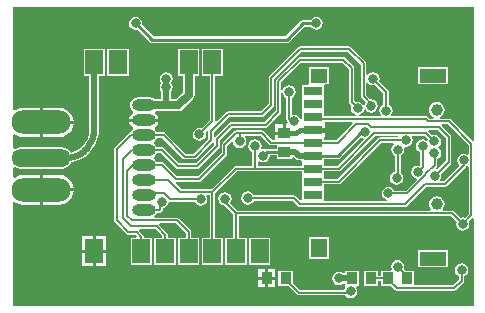
<source format=gbl>
%FSTAX25Y25*%
%MOIN*%
%SFA1B1*%

%IPPOS*%
%ADD20O,0.196850X0.078740*%
%ADD22C,0.019690*%
%ADD23C,0.006000*%
%ADD24C,0.010000*%
%ADD26C,0.027560*%
%ADD27C,0.039370*%
%ADD28C,0.031500*%
%ADD29R,0.035430X0.039370*%
%ADD30R,0.086610X0.047240*%
%ADD31R,0.055120X0.062990*%
%ADD32R,0.055120X0.047240*%
%ADD33R,0.062990X0.027560*%
%ADD34R,0.039370X0.037400*%
%ADD35O,0.078740X0.039370*%
%ADD36R,0.059060X0.078740*%
%ADD37O,0.196850X0.059060*%
%ADD38C,0.015750*%
%LNnano_rf_shied1_pcb1-1*%
%LPD*%
G36*
X0186753Y0453288D02*
X018705Y0453089D01*
X0187402Y0453019*
X0189164*
Y0451909*
X0185827*
X0185398Y0451824*
X0185224Y0451708*
X0184645Y0451823*
X0184406Y0451775*
X0183997Y0452204*
X0184107Y0452756*
X0183938Y0453605*
X0183458Y0454324*
X0182738Y0454805*
X018189Y0454973*
X0181041Y0454805*
X0180322Y0454324*
X0179841Y0453605*
X0179672Y0452756*
X0179841Y0451907*
X0180322Y0451188*
X0180972Y0450753*
Y0446193*
X0175591*
X0175239Y0446123*
X0174942Y0445924*
X0167449Y0438432*
X0157354*
X0155454Y0440332*
X0155459Y0440376*
X0155678Y0440815*
X0163386*
X0163737Y0440884*
X0164035Y0441083*
X0172401Y044945*
X01726Y0449747*
X017267Y0450098*
Y0452868*
X0174071Y0454269*
X0174602Y0454093*
X0174723Y0453482*
X0175204Y0452763*
X0175923Y0452282*
X0176772Y0452113*
X017762Y0452282*
X017834Y0452763*
X017882Y0453482*
X0178989Y0454331*
X017882Y0455179*
X0178493Y0455669*
X017876Y0456169*
X0183872*
X0186753Y0453288*
G37*
G36*
X0253132Y0453051D02*
Y0450137D01*
X0252691Y0449901*
X0252423Y045008*
X0251575Y0450249*
X0250726Y045008*
X0250007Y0449599*
X0249526Y044888*
X0249357Y0448032*
X0249526Y0447183*
X0250007Y0446464*
X0250032Y0446211*
X0244896Y0441075*
X0243885*
X0243618Y0441575*
X0243879Y0441966*
X0244048Y0442815*
X0243896Y0443582*
X0247106Y0446792*
X0247305Y044709*
X0247374Y0447441*
Y0455905*
X0247305Y0456257*
X0247106Y0456554*
X0244054Y0459606*
X0244124Y0459917*
X0244245Y0460106*
X0246077*
X0253132Y0453051*
G37*
G36*
X0254921Y0454564D02*
X0254421Y0454357D01*
X0247106Y0461672*
X0246808Y0461871*
X0246457Y0461941*
X0243618*
X0243518Y0462441*
X0243815Y0462564*
X0244352Y0462976*
X0244763Y0463513*
X0245022Y0464137*
X024511Y0464808*
X0245022Y0465478*
X0244763Y0466103*
X0244352Y046664*
X0243815Y0467051*
X024319Y046731*
X024252Y0467399*
X0241849Y046731*
X0241224Y0467051*
X0240688Y046664*
X0240276Y0466103*
X0240017Y0465478*
X0239929Y0464808*
X0240017Y0464137*
X0240276Y0463513*
X0240688Y0462976*
X0241224Y0462564*
X0241521Y0462441*
X0241422Y0461941*
X0240144*
X0239625Y046246*
X0239328Y0462659*
X0238976Y0462729*
X0227579*
X0227312Y0463229*
X0227639Y0463717*
X0227807Y0464566*
X0227639Y0465415*
X0227158Y0466134*
X0226508Y0466569*
Y0470867*
X0226438Y0471218*
X0226239Y0471515*
X0223325Y047443*
X0223477Y0475197*
X0223308Y0476045*
X0222828Y0476765*
X0222108Y0477246*
X022126Y0477414*
X0220411Y0477246*
X0219692Y0476765*
X0219528Y0476519*
X0219028Y0476671*
Y0480315*
X0218958Y0480666*
X0218759Y0480964*
X0214035Y0485688*
X0213737Y0485887*
X0213386Y0485957*
X019685*
X0196499Y0485887*
X0196202Y0485688*
X0186753Y0476239*
X0186554Y0475942*
X0186484Y0475591*
Y0466916*
X0183872Y0464303*
X0172835*
X0172484Y0464234*
X0172186Y0464035*
X0169117Y0460966*
X0169072Y0460971*
X0168634Y046119*
Y0476172*
X0171269*
Y0485246*
X0164164*
Y0476172*
X0166799*
Y0461404*
X0164153Y0458758*
X0163386Y045891*
X0162537Y0458742*
X0161818Y0458261*
X0161337Y0457542*
X0161168Y0456693*
X0161337Y0455844*
X0161818Y0455125*
X0162537Y0454644*
X0163386Y0454475*
X0164234Y0454644*
X0164954Y0455125*
X0165434Y0455844*
X0165603Y0456693*
X0165451Y045746*
X0165923Y0457932*
X0165967Y0457927*
X0166405Y0457707*
Y0455104*
X0161431Y045013*
X0159042*
X0152086Y0457086*
X0151788Y0457285*
X0151437Y0457355*
X014925*
X0149094Y0457732*
X0148682Y0458269*
X0148536Y0458381*
X0148506Y0458455*
X0148551Y0459*
X0148968Y045932*
X0149443Y045994*
X0149742Y0460662*
X0149779Y0460937*
X0144882*
X0139985*
X0140021Y0460662*
X014032Y045994*
X0140796Y045932*
X0141213Y0459*
X0141258Y0458455*
X0141228Y0458381*
X0141082Y0458269*
X014067Y0457732*
X0140513Y0457355*
X0140492*
X0140141Y0457285*
X0139843Y0457086*
X0135178Y0452421*
X0134979Y0452123*
X0134909Y0451772*
Y0427953*
X0134979Y0427602*
X0135178Y0427304*
X0139115Y0423367*
X0139413Y0423168*
X0139764Y0423098*
X014214*
X0142522Y0422716*
X0142331Y0422254*
X0140542*
Y0413179*
X0147647*
Y0422254*
X0145012*
Y0422441*
X0144942Y0422792*
X0144743Y042309*
X0143266Y0424567*
X0143373Y0424951*
X0143456Y0425067*
X0148832*
X0151051Y0422848*
Y0422254*
X0148416*
Y0413179*
X0155521*
Y0422254*
X0152886*
Y0423228*
X0152816Y042358*
X0152617Y0423877*
X0149959Y0426535*
X0150066Y042692*
X0150148Y0427035*
X0155525*
X0158925Y0423636*
Y0422254*
X015629*
Y0413179*
X0163395*
Y0422254*
X016076*
Y0424016*
X016069Y0424367*
X0160491Y0424665*
X0156554Y0428602*
X0156257Y04288*
X0155905Y042887*
X0148546*
X0148376Y042937*
X0148682Y0429605*
X0149094Y0430142*
X014925Y0430519*
X0149941*
X0150292Y0430589*
X015059Y0430788*
X0151043Y0431241*
X0151242Y0431539*
X0151311Y043189*
Y0432138*
X0151636Y0432202*
X0152355Y0432683*
X0152836Y0433402*
X015291Y0433778*
X0152971Y0433867*
X0153491Y0434132*
X0153543Y0434122*
X0161777*
X0162212Y0433471*
X0162931Y0432991*
X0163779Y0432822*
X0164628Y0432991*
X0165348Y0433471*
X0165828Y0434191*
X0165997Y0435039*
X0165828Y0435888*
X0165649Y0436156*
X0165885Y0436597*
X0166799*
Y0422254*
X0164164*
Y0413179*
X0171269*
Y0422254*
X0168634*
Y0437021*
X0175971Y0444358*
X0197432*
Y0443298*
Y0442923*
Y0439092*
Y0438967*
Y0438592*
Y0438467*
Y0434888*
X0196932Y0434681*
X0195532Y0436081*
X0195234Y043628*
X0194883Y043635*
X018153*
X0181095Y0437*
X0180376Y0437481*
X0179527Y043765*
X0178679Y0437481*
X0177959Y0437*
X0177479Y0436281*
X017731Y0435432*
X0177479Y0434584*
X0177959Y0433864*
X0178679Y0433384*
X0179527Y0433215*
X0180376Y0433384*
X0181095Y0433864*
X018153Y0434515*
X0194503*
X0196202Y0432816*
X0196499Y0432617*
X019685Y0432547*
X023189*
X0232241Y0432617*
X0232539Y0432816*
X0238963Y043924*
X0245276*
X0245627Y043931*
X0245924Y0439509*
X0252224Y0445808*
X0252328Y0445964*
X0252423Y0445983*
X0252691Y0446162*
X0253132Y0445926*
Y043002*
X0251948Y0428836*
X0251181Y0428989*
X0250414Y0428836*
X0248287Y0430964*
X0247989Y0431163*
X0247638Y0431233*
X0244711*
X0244485Y0431733*
X0244763Y0432095*
X0245022Y043272*
X024511Y0433391*
X0245022Y0434061*
X0244763Y0434686*
X0244352Y0435222*
X0243815Y0435634*
X024319Y0435893*
X024252Y0435981*
X0241849Y0435893*
X0241224Y0435634*
X0240688Y0435222*
X0240276Y0434686*
X0240017Y0434061*
X0239929Y0433391*
X0240017Y043272*
X0240276Y0432095*
X0240554Y0431733*
X0240329Y0431233*
X0175971*
X0173524Y0433679*
X0173958Y0434329*
X0174127Y0435177*
X0173958Y0436026*
X0173477Y0436745*
X0172758Y0437226*
X0171909Y0437395*
X0171061Y0437226*
X0170342Y0436745*
X0169861Y0436026*
X0169692Y0435177*
X0169861Y0434329*
X0170342Y0433609*
X0171061Y0433128*
X0171583Y0433025*
X0174673Y0429935*
Y0422254*
X0172038*
Y0413179*
X0179143*
Y0422254*
X0176508*
Y0429397*
X0247258*
X0249116Y0427539*
X0248964Y0426772*
X0249132Y0425923*
X0249613Y0425204*
X0250332Y0424723*
X0251181Y0424554*
X025203Y0424723*
X0252749Y0425204*
X025323Y0425923*
X0253398Y0426772*
X0253246Y0427539*
X0254421Y0428714*
X0254921Y0428507*
Y0399606*
X0101378*
Y0433969*
X0101826Y043419*
X0102235Y0433877*
X0103436Y0433379*
X0104724Y0433209*
X011013*
Y0438189*
Y0443169*
X0104724*
X0103436Y0442999*
X0102235Y0442501*
X0101826Y0442188*
X0101378Y0442409*
Y0445588*
X0101826Y0445809*
X0101948Y0445716*
X0102813Y0445358*
X010374Y0445235*
X011752*
X0118447Y0445358*
X0119311Y0445716*
X0120054Y0446285*
X0120623Y0447027*
X0120747Y0447326*
X0120814Y0447331*
X0122406Y0447713*
X0123919Y044834*
X0125315Y0449195*
X012656Y0450259*
X0126563Y0450256*
X0127747Y0451643*
X01287Y0453197*
X0129398Y0454882*
X0129824Y0456655*
X0129967Y0458473*
X0129962*
Y0476172*
X0131899*
Y0485246*
X0124794*
Y0476172*
X0126731*
Y0458473*
X0126746Y04584*
X0126591Y0456833*
X0126113Y0455256*
X0125336Y0453803*
X0124337Y0452585*
X0124275Y0452544*
X0124245Y0452499*
X0123193Y0451635*
X0121944Y0450968*
X0120639Y0450572*
X0120623Y0450611*
X0120054Y0451353*
X0119311Y0451922*
X0118447Y045228*
X011752Y0452402*
X010374*
X0102813Y045228*
X0101948Y0451922*
X0101826Y0451829*
X0101378Y045205*
Y045641*
X0101826Y0456631*
X0102235Y0456318*
X0103436Y045582*
X0104724Y045565*
X011013*
Y046063*
Y046561*
X0104724*
X0103436Y046544*
X0102235Y0464942*
X0101826Y0464629*
X0101378Y046485*
Y0499016*
X0254921*
Y0454564*
G37*
G36*
X0191259Y0470018D02*
X0191739Y0469298D01*
X019239Y0468864*
Y0461811*
X0192459Y046146*
X0192658Y0461162*
X0192686Y0461134*
X0192664Y0461023*
X0192777Y0460457*
X0192423Y0459957*
X0192232*
Y0457087*
X0191732*
Y0456587*
X0188764*
Y0454855*
X0187782*
X0184901Y0457735*
X0184603Y0457934*
X0184252Y0458004*
X0175591*
X0175239Y0457934*
X0174942Y0457735*
X0171103Y0453897*
X0170904Y0453599*
X0170834Y0453248*
Y0450479*
X0163006Y044265*
X0155892*
X0151436Y0447106*
X0151139Y0447304*
X0150787Y0447374*
X0149242*
X0149094Y0447732*
X0148682Y0448269*
X014817Y0448662*
X014813Y0448932*
Y0448942*
X014817Y0449212*
X0148682Y0449605*
X0149094Y0450142*
X014925Y0450519*
X0150545*
X015565Y0445414*
X0155948Y0445215*
X0156299Y0445145*
X0162598*
X016295Y0445215*
X0163247Y0445414*
X016994Y0452107*
X0170139Y0452405*
X0170209Y0452756*
Y0454738*
X0174396Y0458925*
X0185433*
X0185784Y0458995*
X0186082Y0459194*
X0190413Y0463524*
X0190612Y0463822*
X0190681Y0464173*
Y0470356*
X0191181Y0470405*
X0191259Y0470018*
G37*
G36*
X0239536Y0455228D02*
X0239445Y045477D01*
X0238982Y0454579*
X0238644Y0454805*
X0237795Y0454973*
X0236947Y0454805*
X0236227Y0454324*
X0235747Y0453605*
X0235578Y0452756*
X0235747Y0451907*
X0236227Y0451188*
X0236878Y0450753*
Y0446575*
X0236491Y0446258*
X0236221Y0446312*
X0235372Y0446143*
X0234652Y0445662*
X0234172Y0444943*
X0234003Y0444095*
X0234172Y0443246*
X0234652Y0442526*
X0235372Y0442046*
X0235688Y0441983*
X0235833Y0441505*
X0232254Y0437925*
X022838*
X0227946Y0438576*
X0227226Y0439056*
X0226378Y0439225*
X0225529Y0439056*
X022481Y0438576*
X0224329Y0437856*
X0224161Y0437008*
X0224329Y0436159*
X022481Y043544*
X0225529Y0434959*
X0225917Y0434882*
X0225868Y0434382*
X0205326*
X0204931Y0434636*
Y0434882*
Y0438467*
Y0438592*
Y0438967*
Y0439092*
Y0440027*
X0209842*
X0210194Y0440097*
X0210491Y0440296*
X0224001Y0453806*
X0228052*
X0228204Y0453306*
X022796Y0453143*
X0227479Y0452423*
X022731Y0451575*
X0227479Y0450726*
X022796Y0450007*
X022861Y0449572*
Y0444238*
X0228285Y0444174*
X0227566Y0443693*
X0227085Y0442974*
X0226916Y0442125*
X0227085Y0441277*
X0227566Y0440557*
X0228285Y0440076*
X0229133Y0439908*
X0229982Y0440076*
X0230701Y0440557*
X0231182Y0441277*
X0231351Y0442125*
X0231182Y0442974*
X0230701Y0443693*
X0230445Y0443864*
Y0449572*
X0231096Y0450007*
X0231576Y0450726*
X0231745Y0451575*
X0231635Y0452125*
X0232045Y0452554*
X0232283Y0452506*
X0233132Y0452675*
X0233851Y0453156*
X0234332Y0453875*
X02345Y0454724*
X0234332Y0455572*
X0234153Y045584*
X0234388Y0456281*
X0238483*
X0239536Y0455228*
G37*
G36*
X0245539Y0455525D02*
Y0447821D01*
X02427Y0444982*
X0242272Y044508*
X0242131Y0445557*
X0242494Y044592*
X0242693Y0446218*
X0242762Y0446569*
Y0448466*
X02433Y0448826*
X0243781Y0449545*
X024395Y0450394*
X0243781Y0451242*
X02433Y0451962*
X0243075Y0452112*
Y0452612*
X02433Y0452762*
X024378Y0453481*
X0243949Y045433*
X024378Y0455178*
X02433Y0455898*
X024258Y0456378*
X0241732Y0456547*
X0240965Y0456395*
X0239741Y0457619*
X0239948Y0458119*
X0242946*
X0245539Y0455525*
G37*
G36*
X0230036Y0455781D02*
X0229952Y0455641D01*
X0223621*
X022327Y0455571*
X0222972Y0455372*
X0209462Y0441862*
X0204931*
Y0442923*
Y0443298*
Y0444358*
X0209799*
X021015Y0444428*
X0210448Y0444627*
X0222102Y0456281*
X0229753*
X0230036Y0455781*
G37*
G36*
X0158013Y0448564D02*
X015831Y0448365D01*
X0158661Y0448295*
X0161811*
X0162162Y0448365*
X016246Y0448564*
X0167874Y0453978*
X0168258Y0453871*
X0168374Y0453789*
Y0453136*
X0162218Y0446981*
X0156679*
X0151574Y0452086*
X0151276Y0452285*
X0150925Y0452355*
X014925*
X0149094Y0452732*
X0148682Y0453269*
X014817Y0453662*
X014813Y0453932*
Y0453942*
X014817Y0454212*
X0148682Y0454605*
X0149094Y0455142*
X014925Y0455519*
X0151057*
X0158013Y0448564*
G37*
G36*
X0217655Y0455432D02*
X0217971Y0455369D01*
X0218116Y045489*
X0209419Y0446193*
X0204931*
Y0447254*
Y0447628*
Y0448485*
X0209449*
X0209878Y044857*
X0210242Y0448813*
X0217179Y045575*
X0217655Y0455432*
G37*
G36*
X0189164Y0448317D02*
X0194301D01*
Y0448771*
X0194801Y0448978*
X0195315Y0448464*
X0195839Y0448114*
X0196457Y0447991*
X01971*
X0197432Y0447628*
Y0447254*
Y0446193*
X0182807*
Y0447616*
X0183307Y0447884*
X0183797Y0447557*
X0184645Y0447388*
X0185494Y0447557*
X0186213Y0448037*
X0186694Y0448757*
X0186863Y0449605*
X0186912Y0449666*
X0189164*
Y0448317*
G37*
G36*
X0214608Y0460393D02*
X0209069Y0454855D01*
X0204931*
Y045589*
X0205331*
Y0457768*
X0201181*
Y0458768*
X0205331*
Y0460646*
X0205728Y0460893*
X02144*
X0214608Y0460393*
G37*
G36*
X0213256Y047836D02*
Y0467323D01*
X0213326Y0466972*
X0213524Y0466674*
X0214077Y0466121*
X0213924Y0465354*
X0214093Y0464506*
X0214574Y0463786*
X0215293Y0463306*
X0215681Y0463229*
X0215631Y0462729*
X0204931*
Y0464451*
Y0464576*
Y0464951*
Y0465076*
Y0468782*
Y0468907*
Y0469282*
Y0469407*
Y0473238*
X0205398Y0473317*
X0206505*
Y0479242*
X0199794*
Y0473317*
X0199327Y0473238*
X0197432*
Y0469407*
Y0469282*
Y0468907*
Y0468782*
Y0465076*
Y0464951*
Y0464576*
Y0464451*
Y0461914*
X0196932Y0461864*
X019693Y0461871*
X0196449Y0462591*
X019573Y0463071*
X0194881Y046324*
X0194611Y0463186*
X0194225Y0463504*
Y0468864*
X0194875Y0469298*
X0195356Y0470018*
X0195525Y0470866*
X0195356Y0471715*
X0194875Y0472434*
X0194156Y0472915*
X0193307Y0473084*
X0192458Y0472915*
X0191739Y0472434*
X0191259Y0471715*
X0191181Y0471327*
X0190681Y0471377*
Y0474029*
X0197231Y0480578*
X0211037*
X0213256Y047836*
G37*
G36*
X0219692Y0473629D02*
X0220411Y0473148D01*
X022126Y0472979*
X0222027Y0473132*
X0224673Y0470486*
Y0466569*
X0224022Y0466134*
X0223541Y0465415*
X0223373Y0464566*
X0223541Y0463717*
X0223868Y0463229*
X0223601Y0462729*
X0216652*
X0216603Y0463229*
X021699Y0463306*
X021771Y0463786*
X021819Y0464506*
X0218265Y0464881*
X0218796Y0464987*
X0219073Y0464573*
X0219792Y0464092*
X022064Y0463923*
X0221489Y0464092*
X0222208Y0464573*
X0222689Y0465292*
X0222858Y0466141*
X0222689Y0466989*
X0222208Y0467709*
X0221489Y0468189*
X022064Y0468358*
X0220391Y0468308*
X0219028Y0469671*
Y0473723*
X0219528Y0473874*
X0219692Y0473629*
G37*
G36*
X0217193Y0479935D02*
Y0469291D01*
X0217263Y046894*
X0217461Y0468643*
X0218801Y0467303*
X0218592Y0466989*
X0218517Y0466614*
X0217986Y0466508*
X021771Y0466922*
X021699Y0467403*
X0216142Y0467572*
X0215482Y0467441*
X0215091Y0467785*
Y047874*
X0215021Y0479091*
X0214822Y0479389*
X0212066Y0482145*
X0211769Y0482344*
X0211417Y0482414*
X019685*
X0196499Y0482344*
X0196202Y0482145*
X0189115Y0475058*
X0188916Y0474761*
X0188846Y0474409*
Y0464553*
X0185053Y046076*
X0174016*
X0173665Y046069*
X0173367Y0460491*
X016874Y0455865*
X0168356Y0455971*
X016824Y0456054*
Y0457494*
X0173215Y0462468*
X0184252*
X0184603Y0462538*
X0184901Y0462737*
X018805Y0465887*
X0188249Y0466184*
X0188319Y0466535*
Y0475211*
X0197231Y0484122*
X0213006*
X0217193Y0479935*
G37*
%LNnano_rf_shied1_pcb1-2*%
%LPC*%
G36*
X0127847Y0417217D02*
X0124394D01*
Y041278*
X0127847*
Y0417217*
G37*
G36*
X0246269Y0418218D02*
X0236408D01*
Y0412294*
X0246269*
Y0418218*
G37*
G36*
X0206505Y0422549D02*
X0199794D01*
Y041505*
X0206505*
Y0422549*
G37*
G36*
X0132299Y0417217D02*
X0128847D01*
Y041278*
X0132299*
Y0417217*
G37*
G36*
X0187017Y0422254D02*
X0179912D01*
Y0413179*
X0187017*
Y0422254*
G37*
G36*
X0229528Y0414816D02*
X0228679Y0414647D01*
X022796Y0414166*
X0227479Y0413447*
X022731Y0412598*
X0227479Y041175*
X0227532Y0411671*
X0227296Y041123*
X0224006*
Y0409579*
X0222844*
Y041123*
X0218101*
Y0406093*
X0222844*
Y0407744*
X0224006*
Y0406093*
X0227255*
X0228485Y0404863*
X0228783Y0404664*
X0229134Y0404594*
X0248425*
X0248776Y0404664*
X0249074Y0404863*
X0251436Y0407225*
X0251635Y0407523*
X0251705Y0407874*
Y0409415*
X0252355Y0409849*
X0252836Y0410569*
X0253005Y0411417*
X0252836Y0412266*
X0252355Y0412985*
X0251636Y0413466*
X0250787Y0413635*
X0249939Y0413466*
X0249219Y0412985*
X0248739Y0412266*
X024857Y0411417*
X0248739Y0410569*
X0249219Y0409849*
X024987Y0409415*
Y0408254*
X0248045Y0406429*
X0235049*
Y041123*
X0232194*
X0231592Y0411831*
X0231745Y0412598*
X0231576Y0413447*
X0231096Y0414166*
X0230376Y0414647*
X0229528Y0414816*
G37*
G36*
X0185327Y0408161D02*
X0183055D01*
Y0405693*
X0185327*
Y0408161*
G37*
G36*
X0194498Y041123D02*
X0189754D01*
Y0406093*
X0193003*
X0195808Y0403288*
X0196106Y0403089*
X0196457Y0403019*
X021204*
X0212212Y0402763*
X0212931Y0402282*
X0213779Y0402113*
X0214628Y0402282*
X0215348Y0402763*
X0215828Y0403482*
X0215997Y0404331*
X0215828Y0405179*
X0215552Y0405593*
X0215819Y0406093*
X0216545*
Y041123*
X0211802*
Y0410417*
X0211302Y0410302*
X0210691Y041071*
X0209842Y0410879*
X0208994Y041071*
X0208275Y0410229*
X0207794Y040951*
X0207625Y0408661*
X0207794Y0407813*
X0208275Y0407093*
X0208994Y0406613*
X0209842Y0406444*
X0210691Y0406613*
X0211302Y0407021*
X0211802Y0406906*
Y0406093*
X0212007Y0405593*
X0211731Y0405179*
X0211666Y0404855*
X0196837*
X0194498Y0407194*
Y041123*
G37*
G36*
X0188598Y0408161D02*
X0186327D01*
Y0405693*
X0188598*
Y0408161*
G37*
G36*
Y041163D02*
X0186327D01*
Y0409162*
X0188598*
Y041163*
G37*
G36*
X0185327D02*
X0183055D01*
Y0409162*
X0185327*
Y041163*
G37*
G36*
X0163395Y0485246D02*
X015629D01*
Y0476172*
X0157826*
Y0470717*
X0155562Y0468454*
X0153978*
Y0470944*
X0154411Y0471592*
X015458Y0472441*
X0154411Y0473289*
X0154057Y0473819*
X0154411Y0474348*
X015458Y0475197*
X0154411Y0476045*
X015393Y0476765*
X0153211Y0477246*
X0152362Y0477414*
X0151514Y0477246*
X0150794Y0476765*
X0150314Y0476045*
X0150145Y0475197*
X0150314Y0474348*
X0150667Y0473819*
X0150314Y0473289*
X0150145Y0472441*
X0150314Y0471592*
X0150747Y0470944*
Y0468454*
X0148441*
X0148146Y0468681*
X0147521Y0468939*
X014685Y0469028*
X0142913*
X0142243Y0468939*
X0141618Y0468681*
X0141082Y0468269*
X014067Y0467732*
X0140411Y0467107*
X0140323Y0466437*
X0140411Y0465766*
X014067Y0465142*
X0141082Y0464605*
X0141228Y0464493*
X0141258Y0464419*
X0141213Y0463874*
X0140796Y0463554*
X014032Y0462934*
X0140021Y0462212*
X0139985Y0461937*
X0144882*
X0149779*
X0149742Y0462212*
X0149443Y0462934*
X0148968Y0463554*
X0148551Y0463874*
X0148531Y0463974*
X0148807Y046442*
X0156398*
X0157169Y0464574*
X0157824Y0465011*
X0161269Y0468456*
X0161706Y046911*
X0161859Y0469882*
Y0476172*
X0163395*
Y0485246*
G37*
G36*
X0246269Y0479242D02*
X0236408D01*
Y0473317*
X0246269*
Y0479242*
G37*
G36*
X0116535Y046561D02*
X011113D01*
Y046113*
X0121449*
X0121345Y0461919*
X0120848Y046312*
X0120056Y0464151*
X0119025Y0464942*
X0117824Y046544*
X0116535Y046561*
G37*
G36*
X0121449Y046013D02*
X011113D01*
Y045565*
X0116535*
X0117824Y045582*
X0119025Y0456318*
X0120056Y0457109*
X0120848Y045814*
X0121345Y0459341*
X0121449Y046013*
G37*
G36*
X0139773Y0485246D02*
X0132668D01*
Y0476172*
X0139773*
Y0485246*
G37*
G36*
X0132299Y0422653D02*
X0128847D01*
Y0418217*
X0132299*
Y0422653*
G37*
G36*
X0127847D02*
X0124394D01*
Y0418217*
X0127847*
Y0422653*
G37*
G36*
X0121449Y0437689D02*
X011113D01*
Y0433209*
X0116535*
X0117824Y0433379*
X0119025Y0433877*
X0120056Y0434668*
X0120848Y0435699*
X0121345Y04369*
X0121449Y0437689*
G37*
G36*
X0202362Y0495918D02*
X0201514Y0495749D01*
X0200794Y0495269*
X0200496Y0494822*
X0198031*
X0197602Y0494737*
X0197238Y0494494*
X0192055Y0489311*
X0148102*
X0144239Y0493174*
X0144343Y0493701*
X0144175Y0494549*
X0143694Y0495269*
X0142974Y0495749*
X0142126Y0495918*
X0141277Y0495749*
X0140558Y0495269*
X0140077Y0494549*
X0139909Y0493701*
X0140077Y0492852*
X0140558Y0492133*
X0141277Y0491652*
X0142126Y0491483*
X0142652Y0491588*
X0146845Y0487396*
X0147209Y0487153*
X0147638Y0487067*
X019252*
X0192949Y0487153*
X0193313Y0487396*
X0198496Y0492579*
X0200496*
X0200794Y0492133*
X0201514Y0491652*
X0202362Y0491483*
X0203211Y0491652*
X020393Y0492133*
X0204411Y0492852*
X020458Y0493701*
X0204411Y0494549*
X020393Y0495269*
X0203211Y0495749*
X0202362Y0495918*
G37*
G36*
X0116535Y0443169D02*
X011113D01*
Y0438689*
X0121449*
X0121345Y0439478*
X0120848Y0440679*
X0120056Y044171*
X0119025Y0442501*
X0117824Y0442999*
X0116535Y0443169*
G37*
G36*
X0191232Y0459957D02*
X0188764D01*
Y0457587*
X0191232*
Y0459957*
G37*
%LNnano_rf_shied1_pcb1-3*%
%LPD*%
G54D20*
X011063Y0438189D03*
Y046063D03*
G54D22*
X0125418Y0451402D02*
D01*
X0125894Y0451912*
X0126333Y0452454*
X0126733Y0453026*
X0127093Y0453624*
X0127409Y0454246*
X0127682Y0454889*
X0127909Y0455549*
X012809Y0456223*
X0128223Y0456908*
X0128308Y0457601*
X0128345Y0458298*
X0128347Y0458473*
X0119182Y0448819D02*
D01*
X0119797Y044884*
X0120409Y0448904*
X0121015Y0449011*
X0121612Y044916*
X0122198Y044935*
X0122769Y0449581*
X0123322Y0449851*
X0123855Y0450159*
X0124365Y0450503*
X012485Y0450882*
X0125308Y0451294*
X0125418Y0451402*
X0209842Y0408661D02*
X0214173D01*
X0152362Y0466437D02*
Y0472441D01*
X0191732Y0450787D02*
X0195276D01*
X0196457Y0449606*
X0201181*
X011063Y0448819D02*
X0119182D01*
X0128347Y0458473D02*
Y0480709D01*
G54D23*
X0213386Y0403937D02*
X0213779Y0404331D01*
X0196457Y0403937D02*
X0213386D01*
X0192126Y0408268D02*
X0196457Y0403937D01*
X0250787Y0407874D02*
Y0411417D01*
X0248425Y0405512D02*
X0250787Y0407874D01*
X0229134Y0405512D02*
X0248425D01*
X0226378Y0408268D02*
X0229134Y0405512D01*
X0226378Y0408268D02*
Y0408661D01*
X0220473D02*
X0226378D01*
X0229528Y0412598D02*
X0232677Y0409449D01*
Y0408661D02*
Y0409449D01*
X022126Y0475197D02*
X022559Y0470867D01*
Y0464566D02*
Y0470867D01*
X022064Y0466141D02*
X0221258D01*
X0221259Y0466142*
X0201969Y0461811D02*
X0238976D01*
X0201181Y0445276D02*
X0209799D01*
X0209449Y0453937D02*
X0215467Y0459955D01*
X0219529*
X0209799Y0445276D02*
X0221722Y0457198D01*
X0238863*
X0220448Y0459036D02*
X0243326D01*
X0219529Y0459955D02*
X0220448Y0459036D01*
X019685Y0485039D02*
X0213386D01*
X0187402Y0475591D02*
X019685Y0485039D01*
X0176772Y0454331D02*
Y0457087D01*
X0171752Y0453248D02*
X0175591Y0457087D01*
X0171752Y0450098D02*
Y0453248D01*
X0175591Y0457087D02*
X0176772D01*
X0184252D02*
X0187402Y0453937D01*
X0176772Y0457087D02*
X0184252D01*
X018189Y0445276D02*
Y0452756D01*
X0139764Y0424016D02*
X014252D01*
X0135827Y0427953D02*
X0139764Y0424016D01*
X0135827Y0427953D02*
Y0451772D01*
X0140551Y0425984D02*
X0149213D01*
X0137795Y042874D02*
X0140551Y0425984D01*
X0137795Y042874D02*
Y0448425D01*
X0140945Y0427953D02*
X0155905D01*
X013937Y0429528D02*
X0140945Y0427953D01*
X013937Y0429528D02*
Y0444488D01*
X0135827Y0451772D02*
X0140492Y0456437D01*
X0137795Y0448425D02*
X0140807Y0451437D01*
X013937Y0444488D02*
X0141319Y0446437D01*
X0144882*
X0140492Y0456437D02*
X0144882D01*
X0237795Y0445669D02*
Y0452756D01*
X0236221Y0444095D02*
X0237795Y0445669D01*
X0226378Y0437008D02*
X0232634D01*
X0238695Y0443069*
Y044342D02*
X0241845Y0446569D01*
X0238695Y0443069D02*
Y044342D01*
X0194095Y0461023D02*
X0194881D01*
X0193307Y0461811D02*
X0194095Y0461023D01*
X0193307Y0461811D02*
Y0470866D01*
X0189764Y0474409D02*
X019685Y0481496D01*
X0189764Y0464173D02*
Y0474409D01*
X0185433Y0459842D02*
X0189764Y0464173D01*
X0187402Y0466535D02*
Y0475591D01*
X0184252Y0463386D02*
X0187402Y0466535D01*
X0251575Y0446457D02*
Y0448032D01*
X0246457Y0461024D02*
X025405Y0453431D01*
X0251181Y0426772D02*
X025405Y042964D01*
Y0453431*
X0245276Y0440158D02*
X0251575Y0446457D01*
X0238583Y0440158D02*
X0245276D01*
X023189Y0433465D02*
X0238583Y0440158D01*
X019685Y0433465D02*
X023189D01*
X0194883Y0435432D02*
X019685Y0433465D01*
X0179527Y0435432D02*
X0194883D01*
X0175591Y0430315D02*
X0247638D01*
X0163386Y0441732D02*
X0171752Y0450098D01*
X0155512Y0441732D02*
X0163386D01*
X0223621Y0454724D02*
X0232283D01*
X0209842Y0440945D02*
X0223621Y0454724D01*
X0238863Y0457198D02*
X0241732Y045433D01*
X0201181Y0440945D02*
X0209842D01*
X0239764Y0461024D02*
X0246457D01*
X0238976Y0461811D02*
X0239764Y0461024D01*
X0243326Y0459036D02*
X0246457Y0455905D01*
X0140807Y0451437D02*
X0144882D01*
X021811Y0469291D02*
X0221259Y0466142D01*
X021811Y0469291D02*
Y0480315D01*
X0213386Y0485039D02*
X021811Y0480315D01*
X0172835Y0463386D02*
X0184252D01*
X0167323Y0457874D02*
X0172835Y0463386D01*
X0167323Y0454724D02*
Y0457874D01*
X0161811Y0449213D02*
X0167323Y0454724D01*
X0158661Y0449213D02*
X0161811D01*
X0151437Y0456437D02*
X0158661Y0449213D01*
X0144882Y0456437D02*
X0151437D01*
X0214173Y0467323D02*
X0216142Y0465354D01*
X0201181Y0462598D02*
X0201969Y0461811D01*
X0214173Y0467323D02*
Y047874D01*
X0211417Y0481496D02*
X0214173Y047874D01*
X019685Y0481496D02*
X0211417D01*
X0174016Y0459842D02*
X0185433D01*
X0169291Y0455118D02*
X0174016Y0459842D01*
X0169291Y0452756D02*
Y0455118D01*
X0162598Y0446063D02*
X0169291Y0452756D01*
X0156299Y0446063D02*
X0162598D01*
X0150925Y0451437D02*
X0156299Y0446063D01*
X0144882Y0451437D02*
X0150925D01*
X0167717Y0461024D02*
Y0480709D01*
X0163386Y0456693D02*
X0167717Y0461024D01*
X0144095Y0417717D02*
Y0422441D01*
X014252Y0424016D02*
X0144095Y0422441D01*
X0149213Y0425984D02*
X0151969Y0423228D01*
Y0417717D02*
Y0423228D01*
X0155905Y0427953D02*
X0159843Y0424016D01*
X0144882Y0446437D02*
X0144902Y0446457D01*
X0150787*
X0155512Y0441732*
X0144882Y0441437D02*
X0153051D01*
X0153543Y0435039D02*
X0163779D01*
X0144882Y0431437D02*
X0149941D01*
X0150394Y043189*
Y0433858*
X0150787Y0434251*
X0151462Y043712D02*
X0153543Y0435039D01*
X0145565Y043712D02*
X0151462D01*
X0144882Y0436437D02*
X0145565Y043712D01*
X0247638Y0430315D02*
X0251181Y0426772D01*
X0153051Y0441437D02*
X0156974Y0437514D01*
X0167604*
X0167717Y0437402*
X0175591Y0417717D02*
Y0430315D01*
X0171909Y0433996D02*
X0175591Y0430315D01*
X0171909Y0433996D02*
Y0435177D01*
X0159843Y0417717D02*
Y0424016D01*
X0187402Y0453937D02*
X0201181D01*
X0209449*
X0246457Y0447441D02*
Y0455905D01*
X0241831Y0442815D02*
X0246457Y0447441D01*
X0241845Y0446569D02*
Y0450281D01*
X0241732Y0450394D02*
X0241845Y0450281D01*
X018189Y0445276D02*
X0201181D01*
X0175591D02*
X018189D01*
X0167717Y0417717D02*
Y0437402D01*
X0175591Y0445276*
X0229133Y0442125D02*
X0229528Y0442519D01*
Y0451575*
G54D24*
X0217323Y045748D02*
X0218504D01*
X0209449Y0449606D02*
X0217323Y045748D01*
X0201181Y0449606D02*
X0209449D01*
X0198031Y0493701D02*
X0202362D01*
X019252Y0488189D02*
X0198031Y0493701D01*
X0147638Y0488189D02*
X019252D01*
X0142126Y0493701D02*
X0147638Y0488189D01*
X0184645Y0449605D02*
X0185827Y0450787D01*
X0191732*
G54D26*
X0152362Y0466437D02*
X0156398D01*
X0144882D02*
X0152362D01*
X0156398D02*
X0159843Y0469882D01*
Y0480709*
G54D27*
X024252Y0433391D03*
Y0464808D03*
G54D28*
X0112104Y0473128D03*
X0213779Y0404331D03*
X0229528Y0412598D03*
X0209842Y0408661D03*
X0250787Y0411417D03*
X022126Y0475197D03*
X022064Y0466141D03*
X022559Y0464566D03*
X0218504Y045748D03*
X0154724Y0457087D03*
X0153543Y0459449D03*
X0201969Y0425591D03*
X0214961Y0438976D03*
X0202362Y0493701D03*
X0142126D03*
X0209055Y0458661D03*
X0184645Y0449605D03*
X0176772Y0454331D03*
X018189Y0452756D03*
X0188976Y0442126D03*
X0232677Y0471654D03*
X0152362Y0475197D03*
Y0472441D03*
X0237795Y0452756D03*
X0236221Y0444095D03*
X0194881Y0461023D03*
X0193307Y0470866D03*
X0251575Y0448032D03*
X0179527Y0435432D03*
X0232283Y0454724D03*
X0241732Y045433D03*
X0216142Y0465354D03*
X0163386Y0456693D03*
X0150787Y0434251D03*
X0251181Y0426772D03*
X0163779Y0435039D03*
X0171909Y0435177D03*
X0241831Y0442815D03*
X0241732Y0450394D03*
X0226378Y0437008D03*
X0229133Y0442125D03*
X0229528Y0451575D03*
G54D29*
X0185827Y0408661D03*
X0192126D03*
X0226378D03*
X0232677D03*
X0220473D03*
X0214173D03*
G54D30*
X0241339Y0415256D03*
Y0476279D03*
G54D31*
X020315Y0418799D03*
G54D32*
X020315Y0476279D03*
G54D33*
X0201181Y047126D03*
Y0466929D03*
Y0462598D03*
Y0458268D03*
Y0453937D03*
Y0449606D03*
Y0445276D03*
Y0440945D03*
Y0436614D03*
G54D34*
X0191732Y0450787D03*
Y0457087D03*
G54D35*
X0144882Y0431437D03*
Y0436437D03*
Y0441437D03*
Y0446437D03*
Y0451437D03*
Y0456437D03*
Y0461437D03*
Y0466437D03*
G54D36*
X0144095Y0417717D03*
X0167717Y0480709D03*
X0159843D03*
X0136221D03*
X0128347D03*
Y0417717D03*
X0151969D03*
X0159843D03*
X0167717D03*
X0175591D03*
X0183465D03*
G54D37*
X011063Y0448819D03*
G54D38*
X0208662Y0458268D02*
X0209055Y0458661D01*
X0201181Y0458268D02*
X0208662D01*
X0191732Y0457087D02*
D01*
X0195669*
X019685Y0458268*
X0201181*
M02*
</source>
